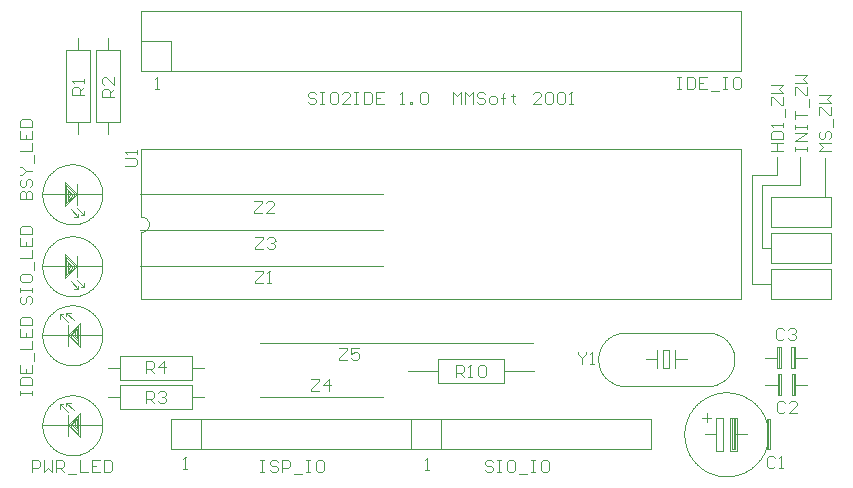
<source format=gto>
*%FSLAX53Y53*%
*%MOMM*%
G01*
D11*
X244339Y215197D02*
X244170Y215366D01*
X243831D01*
X243662Y215197D01*
Y215028D01*
X243831Y214858D01*
X244170D01*
X244339Y214689D01*
Y214520D01*
X244170Y214351D01*
X243831D01*
X243662Y214520D01*
X244678Y215366D02*
X245016D01*
X244847D01*
Y214351D01*
X244678D01*
X245016D01*
X245694Y215366D02*
X246032D01*
X245694D02*
X245524Y215197D01*
Y214520D01*
X245694Y214351D01*
X246032D01*
X246201Y214520D01*
Y215197D01*
X246032Y215366D01*
X246540Y214351D02*
X247217D01*
X246540D02*
X247217Y215028D01*
Y215197D01*
X247048Y215366D01*
X246709D01*
X246540Y215197D01*
X247556Y215366D02*
X247894D01*
X247725D01*
Y214351D01*
X247556D01*
X247894D01*
X248402D02*
Y215366D01*
Y214351D02*
X248910D01*
X249079Y214520D01*
Y215197D01*
X248910Y215366D01*
X248402D01*
X249418D02*
X250095D01*
X249418D02*
Y214351D01*
X250095D01*
X249756Y214858D02*
X249418D01*
X251449Y214351D02*
X251788D01*
X251618D01*
Y215366D01*
X251644D01*
X251618D02*
X251449Y215197D01*
X252295Y214520D02*
Y214351D01*
Y214520D02*
X252465D01*
Y214351D01*
X252295D01*
X253142Y215197D02*
X253311Y215366D01*
X253650D01*
X253819Y215197D01*
Y214520D01*
X253650Y214351D01*
X253311D01*
X253142Y214520D01*
Y215197D01*
X253568Y183363D02*
X253907D01*
X253737D01*
Y184378D01*
X253763D01*
X253737D02*
X253568Y184209D01*
X233460Y183490D02*
X233121D01*
X233290D02*
X233460D01*
X233290D02*
Y184505D01*
X233316D01*
X233290D02*
X233121Y184336D01*
X231047Y215621D02*
X230708D01*
X230877D02*
X231047D01*
X230877D02*
Y216636D01*
X230903D01*
X230877D02*
X230708Y216467D01*
X255981Y215366D02*
Y214351D01*
X256320Y215028D02*
X255981Y215366D01*
X256320Y215028D02*
X256658Y215366D01*
Y214351D01*
X256997D02*
Y215366D01*
X257335Y215028D01*
X257674Y215366D01*
Y214351D01*
X258690Y215197D02*
X258520Y215366D01*
X258182D01*
X258013Y215197D01*
Y215028D01*
X258182Y214858D01*
X258520D01*
X258690Y214689D01*
Y214520D01*
X258520Y214351D01*
X258182D01*
X258013Y214520D01*
X259197Y214351D02*
X259536D01*
X259705Y214520D01*
Y214858D01*
X259536Y215028D01*
X259197D01*
X259028Y214858D01*
Y214520D01*
X259197Y214351D01*
X260213D02*
Y215197D01*
Y214858D01*
X260044D01*
X260382D01*
X260213D01*
Y215197D01*
X260382Y215366D01*
X261060Y215197D02*
Y215028D01*
X260890D01*
X261229D01*
X261060D01*
Y214520D01*
X261229Y214351D01*
X262752D02*
X263429D01*
X262752D02*
X263429Y215028D01*
Y215197D01*
X263260Y215366D01*
X262922D01*
X262752Y215197D01*
X263768D02*
X263937Y215366D01*
X264276D01*
X264445Y215197D01*
Y214520D01*
X264276Y214351D01*
X263937D01*
X263768Y214520D01*
Y215197D01*
X264784D02*
X264953Y215366D01*
X265292D01*
X265461Y215197D01*
Y214520D01*
X265292Y214351D01*
X264953D01*
X264784Y214520D01*
Y215197D01*
X265799Y214351D02*
X266138D01*
X265969D01*
Y215366D01*
X265994D01*
X265969D02*
X265799Y215197D01*
X274879Y216687D02*
X275217D01*
X275048D01*
Y215671D01*
X274879D01*
X275217D01*
X275725D02*
Y216687D01*
Y215671D02*
X276233D01*
X276402Y215840D01*
Y216517D01*
X276233Y216687D01*
X275725D01*
X276741D02*
X277418D01*
X276741D02*
Y215671D01*
X277418D01*
X277079Y216179D02*
X276741D01*
X277757Y215502D02*
X278434D01*
X278772Y216687D02*
X279111D01*
X278941D01*
Y215671D01*
X278772D01*
X279111D01*
X279788Y216687D02*
X280126D01*
X279788D02*
X279619Y216517D01*
Y215840D01*
X279788Y215671D01*
X280126D01*
X280296Y215840D01*
Y216517D01*
X280126Y216687D01*
X229015Y209156D02*
X228169D01*
X229015D02*
X229185Y209326D01*
Y209664D01*
X229015Y209833D01*
X228169D01*
X229185Y210172D02*
Y210511D01*
Y210341D01*
X228169D01*
X228194D01*
X228169D02*
X228338Y210172D01*
X259156Y184276D02*
X259325Y184107D01*
X259156Y184276D02*
X258817D01*
X258648Y184107D01*
Y183938D01*
X258817Y183768D01*
X259156D01*
X259325Y183599D01*
Y183430D01*
X259156Y183261D01*
X258817D01*
X258648Y183430D01*
X259664Y184276D02*
X260002D01*
X259833D01*
Y183261D01*
X259664D01*
X260002D01*
X260680Y184276D02*
X261018D01*
X260680D02*
X260510Y184107D01*
Y183430D01*
X260680Y183261D01*
X261018D01*
X261187Y183430D01*
Y184107D01*
X261018Y184276D01*
X261526Y183091D02*
X262203D01*
X262542Y184276D02*
X262880D01*
X262711D01*
Y183261D01*
X262542D01*
X262880D01*
X263557Y184276D02*
X263896D01*
X263557D02*
X263388Y184107D01*
Y183430D01*
X263557Y183261D01*
X263896D01*
X264065Y183430D01*
Y184107D01*
X263896Y184276D01*
X239937D02*
X239598D01*
X239767D02*
X239937D01*
X239767D02*
Y183261D01*
X239598D01*
X239937D01*
X240952Y184276D02*
X241122Y184107D01*
X240952Y184276D02*
X240614D01*
X240445Y184107D01*
Y183938D01*
X240614Y183768D01*
X240952D01*
X241122Y183599D01*
Y183430D01*
X240952Y183261D01*
X240614D01*
X240445Y183430D01*
X241460Y183261D02*
Y184276D01*
X241968D01*
X242137Y184107D01*
Y183768D01*
X241968Y183599D01*
X241460D01*
X242476Y183091D02*
X243153D01*
X243492Y184276D02*
X243830D01*
X243661D01*
Y183261D01*
X243492D01*
X243830D01*
X244507Y184276D02*
X244846D01*
X244507D02*
X244338Y184107D01*
Y183430D01*
X244507Y183261D01*
X244846D01*
X245015Y183430D01*
Y184107D01*
X244846Y184276D01*
X219318Y189725D02*
Y190064D01*
Y189895D01*
X220334D01*
Y189725D01*
Y190064D01*
Y190572D02*
X219318D01*
X220334D02*
Y191080D01*
X220165Y191249D01*
X219488D01*
X219318Y191080D01*
Y190572D01*
Y191587D02*
Y192264D01*
Y191587D02*
X220334D01*
Y192264D01*
X219826Y191926D02*
Y191587D01*
X220503Y192603D02*
Y193280D01*
X220334Y193619D02*
X219318D01*
X220334D02*
Y194296D01*
X219318Y194634D02*
Y195312D01*
Y194634D02*
X220334D01*
Y195312D01*
X219826Y194973D02*
Y194634D01*
X220334Y195650D02*
X219318D01*
X220334D02*
Y196158D01*
X220165Y196327D01*
X219488D01*
X219318Y196158D01*
Y195650D01*
X282855Y210388D02*
X283871D01*
X283363D01*
Y211065D01*
X282855D01*
X283871D01*
Y211404D02*
X282855D01*
X283871D02*
Y211912D01*
X283702Y212081D01*
X283024D01*
X282855Y211912D01*
Y211404D01*
X283871Y212420D02*
Y212758D01*
Y212589D01*
X282855D01*
X282881D01*
X282855D02*
X283024Y212420D01*
X284040Y213266D02*
Y213943D01*
X282855Y214282D02*
Y214959D01*
X283024D01*
X283702Y214282D01*
X283871D01*
Y214959D01*
Y215297D02*
X282855D01*
X283532Y215636D02*
X283871Y215297D01*
X283532Y215636D02*
X283871Y215974D01*
X282855D01*
X284887Y210727D02*
Y210388D01*
Y210557D02*
Y210727D01*
Y210557D02*
X285903D01*
Y210388D01*
Y210727D01*
Y211235D02*
X284887D01*
X285903Y211912D01*
X284887D01*
Y212250D02*
Y212589D01*
Y212420D01*
X285903D01*
Y212250D01*
Y212589D01*
X284887Y213097D02*
Y213774D01*
Y213435D01*
X285903D01*
X286072Y214112D02*
Y214789D01*
X284887Y215128D02*
Y215805D01*
X285056D01*
X285734Y215128D01*
X285903D01*
Y215805D01*
Y216144D02*
X284887D01*
X285564Y216482D02*
X285903Y216144D01*
X285564Y216482D02*
X285903Y216821D01*
X284887D01*
X286919Y210388D02*
X287935D01*
X287258Y210727D02*
X286919Y210388D01*
X287258Y210727D02*
X286919Y211065D01*
X287935D01*
X287088Y212081D02*
X286919Y211912D01*
Y211573D01*
X287088Y211404D01*
X287258D01*
X287427Y211573D01*
Y211912D01*
X287596Y212081D01*
X287766D01*
X287935Y211912D01*
Y211573D01*
X287766Y211404D01*
X288104Y212420D02*
Y213097D01*
X286919Y213435D02*
Y214112D01*
X287088D01*
X287766Y213435D01*
X287935D01*
Y214112D01*
Y214451D02*
X286919D01*
X287596Y214789D02*
X287935Y214451D01*
X287596Y214789D02*
X287935Y215128D01*
X286919D01*
X239907Y203162D02*
X239230D01*
X239907D02*
Y202992D01*
X239230Y202315D01*
Y202146D01*
X239907D01*
X240246Y202992D02*
X240415Y203162D01*
X240753D01*
X240923Y202992D01*
Y202823D01*
X240948D01*
X240923D02*
X240948D01*
X240923D02*
X240948D01*
X240923D02*
X240753Y202654D01*
X240584D01*
X240753D01*
X240923Y202484D01*
Y202315D01*
X240753Y202146D01*
X240415D01*
X240246Y202315D01*
X239780Y206210D02*
X239103D01*
X239780D02*
Y206040D01*
X239103Y205363D01*
Y205194D01*
X239780D01*
X240119D02*
X240796D01*
X240119D02*
X240796Y205871D01*
Y206040D01*
X240626Y206210D01*
X240288D01*
X240119Y206040D01*
X229959Y192633D02*
Y191617D01*
Y192633D02*
X230467D01*
X230636Y192464D01*
Y192125D01*
X230467Y191956D01*
X229959D01*
X230297D02*
X230636Y191617D01*
X231482D02*
Y192633D01*
X230975Y192125D01*
X231652D01*
X220307Y184211D02*
Y183196D01*
Y184211D02*
X220815D01*
X220984Y184042D01*
Y183703D01*
X220815Y183534D01*
X220307D01*
X221323Y183196D02*
Y184211D01*
X221661Y183534D02*
X221323Y183196D01*
X221661Y183534D02*
X222000Y183196D01*
Y184211D01*
X222338D02*
Y183196D01*
Y184211D02*
X222846D01*
X223015Y184042D01*
Y183703D01*
X222846Y183534D01*
X222338D01*
X222677D02*
X223015Y183196D01*
X223354Y183026D02*
X224031D01*
X224370Y183196D02*
Y184211D01*
Y183196D02*
X225047D01*
X225385Y184211D02*
X226062D01*
X225385D02*
Y183196D01*
X226062D01*
X225724Y183703D02*
X225385D01*
X226401Y183196D02*
Y184211D01*
Y183196D02*
X226909D01*
X227078Y183365D01*
Y184042D01*
X226909Y184211D01*
X226401D01*
X239230Y200241D02*
X239907D01*
Y200071D01*
X239230Y199394D01*
Y199225D01*
X239907D01*
X240246D02*
X240584D01*
X240415D01*
Y200241D01*
X240440D01*
X240415D02*
X240246Y200071D01*
X246342Y193764D02*
X247019D01*
Y193594D01*
X246342Y192917D01*
Y192748D01*
X247019D01*
X247358Y193764D02*
X248035D01*
X247358D02*
Y193256D01*
X247696Y193425D01*
X247865D01*
X248035Y193256D01*
Y192917D01*
X247865Y192748D01*
X247527D01*
X247358Y192917D01*
X244606Y191097D02*
X243929D01*
X244606D02*
Y190927D01*
X243929Y190250D01*
Y190081D01*
X244606D01*
X245452D02*
Y191097D01*
X244945Y190589D01*
X245622D01*
X229959Y190093D02*
Y189077D01*
Y190093D02*
X230467D01*
X230636Y189924D01*
Y189585D01*
X230467Y189416D01*
X229959D01*
X230297D02*
X230636Y189077D01*
X230975Y189924D02*
X231144Y190093D01*
X231482D01*
X231652Y189924D01*
Y189754D01*
X231677D01*
X231652D02*
X231677D01*
X231652D02*
X231677D01*
X231652D02*
X231482Y189585D01*
X231313D01*
X231482D01*
X231652Y189416D01*
Y189246D01*
X231482Y189077D01*
X231144D01*
X230975Y189246D01*
X256248Y191236D02*
Y192252D01*
X256756D01*
X256925Y192083D01*
Y191744D01*
X256756Y191575D01*
X256248D01*
X256586D02*
X256925Y191236D01*
X257264D02*
X257602D01*
X257433D01*
Y192252D01*
X257458D01*
X257433D02*
X257264Y192083D01*
X258110D02*
X258279Y192252D01*
X258618D01*
X258787Y192083D01*
Y191405D01*
X258618Y191236D01*
X258279D01*
X258110Y191405D01*
Y192083D01*
X283807Y195439D02*
X283976Y195270D01*
X283807Y195439D02*
X283468D01*
X283299Y195270D01*
Y194593D01*
X283468Y194424D01*
X283807D01*
X283976Y194593D01*
X284315Y195270D02*
X284484Y195439D01*
X284822D01*
X284992Y195270D01*
Y195101D01*
X285017D01*
X284992D02*
X285017D01*
X284992D02*
X285017D01*
X284992D02*
X284822Y194932D01*
X284653D01*
X284822D01*
X284992Y194762D01*
Y194593D01*
X284822Y194424D01*
X284484D01*
X284315Y194593D01*
X283934Y189216D02*
X284103Y189047D01*
X283934Y189216D02*
X283595D01*
X283426Y189047D01*
Y188370D01*
X283595Y188201D01*
X283934D01*
X284103Y188370D01*
X284442Y188201D02*
X285119D01*
X284442D02*
X285119Y188878D01*
Y189047D01*
X284949Y189216D01*
X284611D01*
X284442Y189047D01*
X283045Y184592D02*
X283214Y184423D01*
X283045Y184592D02*
X282706D01*
X282537Y184423D01*
Y183746D01*
X282706Y183577D01*
X283045D01*
X283214Y183746D01*
X283553Y183577D02*
X283891D01*
X283722D01*
Y184592D01*
X283747D01*
X283722D02*
X283553Y184423D01*
X266536Y193200D02*
Y193369D01*
Y193200D02*
X266875Y192862D01*
X267213Y193200D01*
Y193369D01*
X266875Y192862D02*
Y192354D01*
X267552D02*
X267890D01*
X267721D01*
Y193369D01*
X267747D01*
X267721D02*
X267552Y193200D01*
X219488Y198149D02*
X219318Y197980D01*
Y197642D01*
X219488Y197472D01*
X219657D01*
X219826Y197642D01*
Y197980D01*
X219996Y198149D01*
X220165D01*
X220334Y197980D01*
Y197642D01*
X220165Y197472D01*
X219318Y198488D02*
Y198827D01*
Y198657D01*
X220334D01*
Y198488D01*
Y198827D01*
X219318Y199504D02*
Y199842D01*
Y199504D02*
X219488Y199334D01*
X220165D01*
X220334Y199504D01*
Y199842D01*
X220165Y200011D01*
X219488D01*
X219318Y199842D01*
X220503Y200350D02*
Y201027D01*
X220334Y201366D02*
X219318D01*
X220334D02*
Y202043D01*
X219318Y202381D02*
Y203059D01*
Y202381D02*
X220334D01*
Y203059D01*
X219826Y202720D02*
Y202381D01*
X220334Y203397D02*
X219318D01*
X220334D02*
Y203905D01*
X220165Y204074D01*
X219488D01*
X219318Y203905D01*
Y203397D01*
X223724Y215125D02*
X224740D01*
X223724D02*
Y215633D01*
X223893Y215802D01*
X224232D01*
X224401Y215633D01*
Y215125D01*
Y215464D02*
X224740Y215802D01*
Y216141D02*
Y216480D01*
Y216310D01*
X223724D01*
X223749D01*
X223724D02*
X223893Y216141D01*
X226264Y214998D02*
X227280D01*
X226264D02*
Y215506D01*
X226433Y215675D01*
X226772D01*
X226941Y215506D01*
Y214998D01*
Y215337D02*
X227280Y215675D01*
Y216014D02*
Y216691D01*
Y216014D02*
X226603Y216691D01*
X226433D01*
X226264Y216522D01*
Y216183D01*
X226433Y216014D01*
X220334Y206362D02*
X219318D01*
X220334D02*
Y206870D01*
X220165Y207039D01*
X219996D01*
X219826Y206870D01*
Y206362D01*
X219852D01*
X219826D02*
X219852D01*
X219826D02*
X219852D01*
X219826D02*
Y206870D01*
X219657Y207039D01*
X219488D01*
X219318Y206870D01*
Y206362D01*
Y207886D02*
X219488Y208055D01*
X219318Y207886D02*
Y207547D01*
X219488Y207378D01*
X219657D01*
X219826Y207547D01*
Y207886D01*
X219996Y208055D01*
X220165D01*
X220334Y207886D01*
Y207547D01*
X220165Y207378D01*
X219488Y208394D02*
X219318D01*
X219488D02*
X219826Y208732D01*
X219488Y209071D01*
X219318D01*
X219826Y208732D02*
X220334D01*
X220503Y209409D02*
Y210086D01*
X220334Y210425D02*
X219318D01*
X220334D02*
Y211102D01*
X219318Y211441D02*
Y212118D01*
Y211441D02*
X220334D01*
Y212118D01*
X219826Y211779D02*
Y211441D01*
X220334Y212456D02*
X219318D01*
X220334D02*
Y212964D01*
X220165Y213133D01*
X219488D01*
X219318Y212964D01*
Y212456D01*
D13*
X229565Y204826D02*
X229648Y204820D01*
X229730Y204804D01*
X229808Y204777D01*
X229883Y204741D01*
X229952Y204694D01*
X230014Y204640D01*
X230069Y204577D01*
X230115Y204508D01*
X230152Y204434D01*
X230179Y204355D01*
X230195Y204273D01*
X230200Y204191D01*
X230195Y204108D01*
X230179Y204026D01*
X230152Y203948D01*
X230115Y203873D01*
X230069Y203804D01*
X230014Y203742D01*
X229952Y203687D01*
X229883Y203641D01*
X229808Y203604D01*
X229730Y203577D01*
X229648Y203561D01*
X229565Y203556D01*
Y197841D01*
Y204826D02*
Y210541D01*
X280365D02*
Y197841D01*
Y210541D02*
X229565D01*
Y197841D02*
X280365D01*
X226263Y194793D02*
X226262Y194708D01*
X226258Y194624D01*
X226251Y194540D01*
X226241Y194456D01*
X226228Y194372D01*
X226213Y194289D01*
X226195Y194207D01*
X226174Y194125D01*
X226150Y194044D01*
X226124Y193964D01*
X226095Y193884D01*
X226064Y193806D01*
X226030Y193729D01*
X225993Y193653D01*
X225954Y193578D01*
X225912Y193504D01*
X225868Y193432D01*
X225822Y193362D01*
X225773Y193293D01*
X225722Y193225D01*
X225669Y193160D01*
X225614Y193096D01*
X225556Y193034D01*
X225497Y192974D01*
X225435Y192916D01*
X225372Y192860D01*
X225307Y192807D01*
X225240Y192755D01*
X225171Y192706D01*
X225101Y192659D01*
X225030Y192614D01*
X224956Y192572D01*
X224882Y192532D01*
X224806Y192495D01*
X224729Y192460D01*
X224651Y192428D01*
X224572Y192399D01*
X224492Y192372D01*
X224411Y192348D01*
X224329Y192326D01*
X224247Y192307D01*
X224164Y192291D01*
X224081Y192278D01*
X223997Y192267D01*
X223913Y192260D01*
X223829Y192255D01*
X223744Y192253D01*
X223660Y192253D01*
X223576Y192257D01*
X223491Y192263D01*
X223407Y192272D01*
X223324Y192284D01*
X223241Y192299D01*
X223158Y192316D01*
X223076Y192336D01*
X222995Y192359D01*
X222914Y192385D01*
X222835Y192413D01*
X222756Y192444D01*
X222679Y192477D01*
X222602Y192513D01*
X222527Y192552D01*
X222453Y192593D01*
X222381Y192636D01*
X222310Y192682D01*
X222240Y192730D01*
X222173Y192781D01*
X222107Y192833D01*
X222043Y192888D01*
X221980Y192945D01*
X221920Y193004D01*
X221861Y193065D01*
X221805Y193128D01*
X221751Y193192D01*
X221698Y193259D01*
X221649Y193327D01*
X221601Y193397D01*
X221556Y193468D01*
X221513Y193541D01*
X221473Y193615D01*
X221435Y193691D01*
X221399Y193767D01*
X221367Y193845D01*
X221336Y193924D01*
X221309Y194004D01*
X221284Y194084D01*
X221262Y194166D01*
X221242Y194248D01*
X221226Y194331D01*
X221212Y194414D01*
X221200Y194498D01*
X221192Y194582D01*
X221186Y194666D01*
X221184Y194750D01*
Y194835D01*
X221186Y194919D01*
X221192Y195003D01*
X221200Y195087D01*
X221212Y195171D01*
X221226Y195254D01*
X221242Y195337D01*
X221262Y195419D01*
X221284Y195501D01*
X221309Y195582D01*
X221336Y195661D01*
X221367Y195740D01*
X221399Y195818D01*
X221435Y195895D01*
X221473Y195970D01*
X221513Y196044D01*
X221556Y196117D01*
X221601Y196188D01*
X221649Y196258D01*
X221698Y196326D01*
X221751Y196393D01*
X221805Y196457D01*
X221861Y196520D01*
X221920Y196581D01*
X221980Y196640D01*
X222043Y196697D01*
X222107Y196752D01*
X222173Y196805D01*
X222240Y196855D01*
X222310Y196903D01*
X222381Y196949D01*
X222453Y196992D01*
X222527Y197033D01*
X222602Y197072D01*
X222679Y197108D01*
X222756Y197141D01*
X222835Y197172D01*
X222914Y197200D01*
X222995Y197226D01*
X223076Y197249D01*
X223158Y197269D01*
X223241Y197286D01*
X223324Y197301D01*
X223407Y197313D01*
X223491Y197322D01*
X223576Y197328D01*
X223660Y197332D01*
X223744Y197333D01*
X223829Y197330D01*
X223913Y197326D01*
X223997Y197318D01*
X224081Y197307D01*
X224164Y197294D01*
X224247Y197278D01*
X224329Y197259D01*
X224411Y197238D01*
X224492Y197213D01*
X224572Y197187D01*
X224651Y197157D01*
X224729Y197125D01*
X224806Y197090D01*
X224882Y197053D01*
X224956Y197013D01*
X225030Y196971D01*
X225101Y196926D01*
X225171Y196879D01*
X225240Y196830D01*
X225307Y196778D01*
X225372Y196725D01*
X225435Y196669D01*
X225497Y196611D01*
X225556Y196551D01*
X225614Y196489D01*
X225669Y196425D01*
X225722Y196360D01*
X225773Y196292D01*
X225822Y196223D01*
X225868Y196153D01*
X225912Y196081D01*
X225954Y196007D01*
X225993Y195933D01*
X226030Y195856D01*
X226064Y195779D01*
X226095Y195701D01*
X226124Y195622D01*
X226150Y195541D01*
X226174Y195460D01*
X226195Y195378D01*
X226213Y195296D01*
X226228Y195213D01*
X226241Y195129D01*
X226251Y195046D01*
X226258Y194961D01*
X226262Y194877D01*
X226263Y194793D01*
X223342Y195936D02*
X222707Y196571D01*
X223215Y196698D02*
X223850Y196063D01*
Y194793D02*
X224104Y194539D01*
X224231Y194285D02*
X223723Y194793D01*
X223596Y194666D02*
X224231Y194031D01*
X224358Y193777D02*
X223342Y194793D01*
X223850D02*
X223977Y194920D01*
X223723D02*
X224104Y195301D01*
X224231Y195555D02*
X223596Y194920D01*
X223342Y194793D02*
X224358Y195809D01*
X223215Y196444D02*
Y196698D01*
X222707Y196571D02*
Y196190D01*
X224358Y194412D02*
Y193777D01*
X223977Y194920D02*
Y195047D01*
X224104Y195301D02*
Y194539D01*
X223723Y194793D02*
Y194920D01*
X224231Y194285D02*
Y194031D01*
X223596Y194666D02*
Y194920D01*
X224231Y195555D02*
Y194158D01*
X223342Y193904D02*
Y195682D01*
X224358Y195809D02*
Y193904D01*
X223596Y196698D02*
X223215D01*
X222961Y196571D02*
X222707D01*
X221183Y194793D02*
X226263D01*
X229413Y203683D02*
X250038D01*
Y206731D02*
X229413D01*
X227787Y193015D02*
Y190983D01*
X233883D02*
Y193015D01*
X227787Y191999D02*
X226771D01*
X233883D02*
X234899D01*
X233883Y193015D02*
X227787D01*
Y190983D02*
X233883D01*
X226263Y187173D02*
X226262Y187088D01*
X226258Y187004D01*
X226251Y186920D01*
X226241Y186836D01*
X226228Y186752D01*
X226213Y186669D01*
X226195Y186587D01*
X226174Y186505D01*
X226150Y186424D01*
X226124Y186344D01*
X226095Y186264D01*
X226064Y186186D01*
X226030Y186109D01*
X225993Y186033D01*
X225954Y185958D01*
X225912Y185884D01*
X225868Y185812D01*
X225822Y185742D01*
X225773Y185673D01*
X225722Y185606D01*
X225669Y185540D01*
X225614Y185476D01*
X225556Y185414D01*
X225497Y185354D01*
X225435Y185296D01*
X225372Y185240D01*
X225307Y185187D01*
X225240Y185135D01*
X225171Y185086D01*
X225101Y185039D01*
X225030Y184994D01*
X224956Y184952D01*
X224882Y184912D01*
X224806Y184875D01*
X224729Y184840D01*
X224651Y184808D01*
X224572Y184779D01*
X224492Y184752D01*
X224411Y184728D01*
X224329Y184706D01*
X224247Y184687D01*
X224164Y184671D01*
X224081Y184658D01*
X223997Y184647D01*
X223913Y184640D01*
X223829Y184635D01*
X223744Y184633D01*
X223660Y184633D01*
X223576Y184637D01*
X223491Y184643D01*
X223407Y184652D01*
X223324Y184664D01*
X223241Y184679D01*
X223158Y184696D01*
X223076Y184716D01*
X222995Y184739D01*
X222914Y184765D01*
X222835Y184793D01*
X222756Y184824D01*
X222679Y184857D01*
X222602Y184893D01*
X222527Y184932D01*
X222453Y184973D01*
X222381Y185016D01*
X222310Y185062D01*
X222240Y185110D01*
X222173Y185161D01*
X222107Y185213D01*
X222043Y185268D01*
X221980Y185325D01*
X221920Y185384D01*
X221861Y185445D01*
X221805Y185508D01*
X221751Y185572D01*
X221698Y185639D01*
X221649Y185707D01*
X221601Y185777D01*
X221556Y185848D01*
X221513Y185921D01*
X221473Y185995D01*
X221435Y186071D01*
X221399Y186147D01*
X221367Y186225D01*
X221336Y186304D01*
X221309Y186384D01*
X221284Y186464D01*
X221262Y186546D01*
X221242Y186628D01*
X221226Y186711D01*
X221212Y186794D01*
X221200Y186878D01*
X221192Y186962D01*
X221186Y187046D01*
X221184Y187130D01*
Y187215D01*
X221186Y187299D01*
X221192Y187383D01*
X221200Y187467D01*
X221212Y187551D01*
X221226Y187634D01*
X221242Y187717D01*
X221262Y187799D01*
X221284Y187881D01*
X221309Y187962D01*
X221336Y188041D01*
X221367Y188120D01*
X221399Y188198D01*
X221435Y188275D01*
X221473Y188350D01*
X221513Y188424D01*
X221556Y188497D01*
X221601Y188568D01*
X221649Y188638D01*
X221698Y188706D01*
X221751Y188773D01*
X221805Y188837D01*
X221861Y188900D01*
X221920Y188961D01*
X221980Y189020D01*
X222043Y189077D01*
X222107Y189132D01*
X222173Y189184D01*
X222240Y189235D01*
X222310Y189283D01*
X222381Y189329D01*
X222453Y189372D01*
X222527Y189413D01*
X222602Y189452D01*
X222679Y189488D01*
X222756Y189521D01*
X222835Y189552D01*
X222914Y189580D01*
X222995Y189606D01*
X223076Y189629D01*
X223158Y189649D01*
X223241Y189666D01*
X223324Y189681D01*
X223407Y189693D01*
X223491Y189702D01*
X223576Y189708D01*
X223660Y189712D01*
X223744Y189713D01*
X223829Y189710D01*
X223913Y189705D01*
X223997Y189698D01*
X224081Y189687D01*
X224164Y189674D01*
X224247Y189658D01*
X224329Y189639D01*
X224411Y189618D01*
X224492Y189593D01*
X224572Y189567D01*
X224651Y189537D01*
X224729Y189505D01*
X224806Y189470D01*
X224882Y189433D01*
X224956Y189393D01*
X225030Y189351D01*
X225101Y189306D01*
X225171Y189259D01*
X225240Y189210D01*
X225307Y189158D01*
X225372Y189105D01*
X225435Y189049D01*
X225497Y188991D01*
X225556Y188931D01*
X225614Y188869D01*
X225669Y188805D01*
X225722Y188740D01*
X225773Y188672D01*
X225822Y188603D01*
X225868Y188533D01*
X225912Y188461D01*
X225954Y188387D01*
X225993Y188313D01*
X226030Y188236D01*
X226064Y188159D01*
X226095Y188081D01*
X226124Y188002D01*
X226150Y187921D01*
X226174Y187840D01*
X226195Y187758D01*
X226213Y187676D01*
X226228Y187593D01*
X226241Y187509D01*
X226251Y187425D01*
X226258Y187341D01*
X226262Y187257D01*
X226263Y187173D01*
X223342Y188316D02*
X222707Y188951D01*
X223215Y189078D02*
X223850Y188443D01*
Y187173D02*
X224104Y186919D01*
X224231Y186665D02*
X223723Y187173D01*
X223596Y187046D02*
X224231Y186411D01*
X224358Y186157D02*
X223342Y187173D01*
X223850D02*
X223977Y187300D01*
X223723D02*
X224104Y187681D01*
X224231Y187935D02*
X223596Y187300D01*
X223342Y187173D02*
X224358Y188189D01*
X223215Y188824D02*
Y189078D01*
X222707Y188951D02*
Y188570D01*
X224358Y186792D02*
Y186157D01*
X223977Y187300D02*
Y187427D01*
X224104Y187681D02*
Y186919D01*
X223723Y187173D02*
Y187300D01*
X224231Y186665D02*
Y186411D01*
X223596Y187046D02*
Y187300D01*
X224231Y187935D02*
Y186538D01*
X223342Y186284D02*
Y188062D01*
X224358Y188189D02*
Y186284D01*
X223596Y189078D02*
X223215D01*
X222961Y188951D02*
X222707D01*
X221183Y187173D02*
X226263D01*
X229413Y200635D02*
X250038D01*
X239573Y194158D02*
X262738D01*
X250038Y189586D02*
X239573D01*
X233883Y188570D02*
Y190602D01*
X227787D02*
Y188570D01*
X233883Y189586D02*
X234899D01*
X227787D02*
X226771D01*
X227787Y188570D02*
X233883D01*
Y190602D02*
X227787D01*
X254711Y190729D02*
Y192761D01*
X260299D02*
Y190729D01*
Y191745D02*
X262839D01*
X254711D02*
X252171D01*
X254711Y192761D02*
X260299D01*
Y190729D02*
X254711D01*
X284785Y191999D02*
Y193777D01*
X283566D02*
Y191999D01*
X284912D02*
Y193777D01*
X284607D02*
Y191999D01*
X283718D02*
Y193777D01*
X283413D02*
Y191999D01*
Y192888D02*
X282397D01*
X284937D02*
X285953D01*
X284912Y191999D02*
X284607D01*
Y193777D02*
X284912D01*
X283718D02*
X283413D01*
Y191999D02*
X283718D01*
X283566Y191491D02*
Y189713D01*
X284785D02*
Y191491D01*
X283439D02*
Y189713D01*
X283743D02*
Y191491D01*
X284632D02*
Y189713D01*
X284937D02*
Y191491D01*
Y190602D02*
X285953D01*
X283413D02*
X282397D01*
X283439Y191491D02*
X283743D01*
Y189713D02*
X283439D01*
X284632D02*
X284937D01*
Y191491D02*
X284632D01*
X282651Y186411D02*
X282650Y186326D01*
X282647Y186241D01*
X282642Y186157D01*
X282635Y186073D01*
X282626Y185988D01*
X282615Y185905D01*
X282602Y185821D01*
X282587Y185738D01*
X282570Y185655D01*
X282551Y185572D01*
X282530Y185490D01*
X282507Y185409D01*
X282482Y185328D01*
X282456Y185248D01*
X282427Y185168D01*
X282396Y185089D01*
X282364Y185011D01*
X282330Y184933D01*
X282294Y184857D01*
X282256Y184781D01*
X282216Y184706D01*
X282175Y184633D01*
X282132Y184560D01*
X282087Y184488D01*
X282040Y184417D01*
X281992Y184348D01*
X281942Y184280D01*
X281890Y184212D01*
X281837Y184147D01*
X281783Y184082D01*
X281726Y184019D01*
X281669Y183957D01*
X281610Y183896D01*
X281549Y183837D01*
X281487Y183779D01*
X281424Y183723D01*
X281359Y183668D01*
X281293Y183615D01*
X281226Y183564D01*
X281158Y183514D01*
X281088Y183466D01*
X281018Y183419D01*
X280946Y183374D01*
X280873Y183331D01*
X280799Y183290D01*
X280725Y183250D01*
X280649Y183212D01*
X280572Y183176D01*
X280495Y183142D01*
X280417Y183109D01*
X280338Y183079D01*
X280258Y183050D01*
X280178Y183023D01*
X280097Y182999D01*
X280016Y182976D01*
X279934Y182955D01*
X279851Y182936D01*
X279768Y182919D01*
X279685Y182904D01*
X279601Y182891D01*
X279517Y182880D01*
X279433Y182871D01*
X279349Y182864D01*
X279264Y182859D01*
X279180Y182856D01*
X279095Y182855D01*
X279011Y182856D01*
X278926Y182859D01*
X278842Y182864D01*
X278757Y182871D01*
X278673Y182880D01*
X278589Y182891D01*
X278506Y182904D01*
X278422Y182919D01*
X278339Y182936D01*
X278257Y182955D01*
X278175Y182976D01*
X278093Y182999D01*
X278012Y183023D01*
X277932Y183050D01*
X277853Y183079D01*
X277774Y183109D01*
X277695Y183142D01*
X277618Y183176D01*
X277541Y183212D01*
X277466Y183250D01*
X277391Y183290D01*
X277317Y183331D01*
X277244Y183374D01*
X277173Y183419D01*
X277102Y183466D01*
X277033Y183514D01*
X276964Y183564D01*
X276897Y183615D01*
X276831Y183668D01*
X276767Y183723D01*
X276703Y183779D01*
X276641Y183837D01*
X276581Y183896D01*
X276522Y183957D01*
X276464Y184019D01*
X276408Y184082D01*
X276353Y184147D01*
X276300Y184212D01*
X276248Y184280D01*
X276199Y184348D01*
X276150Y184417D01*
X276104Y184488D01*
X276059Y184560D01*
X276016Y184633D01*
X275974Y184706D01*
X275934Y184781D01*
X275897Y184857D01*
X275861Y184933D01*
X275826Y185011D01*
X275794Y185089D01*
X275763Y185168D01*
X275735Y185248D01*
X275708Y185328D01*
X275683Y185409D01*
X275660Y185490D01*
X275639Y185572D01*
X275620Y185655D01*
X275603Y185738D01*
X275588Y185821D01*
X275575Y185905D01*
X275564Y185988D01*
X275555Y186073D01*
X275548Y186157D01*
X275543Y186241D01*
X275540Y186326D01*
X275539Y186411D01*
X275540Y186495D01*
X275543Y186580D01*
X275548Y186664D01*
X275555Y186749D01*
X275564Y186833D01*
X275575Y186917D01*
X275588Y187000D01*
X275603Y187084D01*
X275620Y187166D01*
X275639Y187249D01*
X275660Y187331D01*
X275683Y187412D01*
X275708Y187493D01*
X275735Y187574D01*
X275763Y187653D01*
X275794Y187732D01*
X275826Y187810D01*
X275861Y187888D01*
X275897Y187964D01*
X275934Y188040D01*
X275974Y188115D01*
X276016Y188189D01*
X276059Y188261D01*
X276104Y188333D01*
X276150Y188404D01*
X276199Y188473D01*
X276248Y188542D01*
X276300Y188609D01*
X276353Y188675D01*
X276408Y188739D01*
X276464Y188803D01*
X276522Y188865D01*
X276581Y188925D01*
X276641Y188984D01*
X276703Y189042D01*
X276767Y189098D01*
X276831Y189153D01*
X276897Y189206D01*
X276964Y189257D01*
X277033Y189307D01*
X277102Y189356D01*
X277173Y189402D01*
X277244Y189447D01*
X277317Y189490D01*
X277391Y189532D01*
X277466Y189571D01*
X277541Y189609D01*
X277618Y189645D01*
X277695Y189679D01*
X277774Y189712D01*
X277853Y189742D01*
X277932Y189771D01*
X278012Y189798D01*
X278093Y189823D01*
X278175Y189845D01*
X278257Y189866D01*
X278339Y189885D01*
X278422Y189902D01*
X278506Y189917D01*
X278589Y189930D01*
X278673Y189941D01*
X278757Y189951D01*
X278842Y189958D01*
X278926Y189963D01*
X279011Y189966D01*
X279095Y189967D01*
X279180Y189966D01*
X279264Y189963D01*
X279349Y189958D01*
X279433Y189951D01*
X279517Y189941D01*
X279601Y189930D01*
X279685Y189917D01*
X279768Y189902D01*
X279851Y189885D01*
X279934Y189866D01*
X280016Y189845D01*
X280097Y189823D01*
X280178Y189798D01*
X280258Y189771D01*
X280338Y189742D01*
X280417Y189712D01*
X280495Y189679D01*
X280572Y189645D01*
X280649Y189609D01*
X280725Y189571D01*
X280799Y189532D01*
X280873Y189490D01*
X280946Y189447D01*
X281018Y189402D01*
X281088Y189356D01*
X281158Y189307D01*
X281226Y189257D01*
X281293Y189206D01*
X281359Y189153D01*
X281424Y189098D01*
X281487Y189042D01*
X281549Y188984D01*
X281610Y188925D01*
X281669Y188865D01*
X281726Y188803D01*
X281783Y188739D01*
X281837Y188675D01*
X281890Y188609D01*
X281942Y188542D01*
X281992Y188473D01*
X282040Y188404D01*
X282087Y188333D01*
X282132Y188261D01*
X282175Y188189D01*
X282216Y188115D01*
X282256Y188040D01*
X282294Y187964D01*
X282330Y187888D01*
X282364Y187810D01*
X282396Y187732D01*
X282427Y187653D01*
X282456Y187574D01*
X282482Y187493D01*
X282507Y187412D01*
X282530Y187331D01*
X282551Y187249D01*
X282570Y187166D01*
X282587Y187084D01*
X282602Y187000D01*
X282615Y186917D01*
X282626Y186833D01*
X282635Y186749D01*
X282642Y186664D01*
X282647Y186580D01*
X282650Y186495D01*
X282651Y186411D01*
X277444Y187427D02*
Y188189D01*
X278841Y187808D02*
Y185039D01*
X278232D02*
Y187808D01*
X279400D02*
Y185039D01*
X279984D02*
Y187808D01*
X279603Y187681D02*
Y185141D01*
X279857D02*
Y187681D01*
X279730D02*
Y185268D01*
X278206Y186411D02*
X277317D01*
X277063Y187808D02*
X277825D01*
X278232Y185039D02*
X278841D01*
Y187808D02*
X278232D01*
X279857Y186411D02*
X280873D01*
X279984Y187808D02*
X279425D01*
Y185039D02*
X279984D01*
X279857Y185141D02*
X279603D01*
X277520Y190500D02*
X277605Y190502D01*
X277689Y190506D01*
X277774Y190514D01*
X277857Y190525D01*
X277941Y190539D01*
X278023Y190557D01*
X278105Y190577D01*
X278187Y190600D01*
X278267Y190627D01*
X278346Y190656D01*
X278424Y190689D01*
X278501Y190724D01*
X278577Y190762D01*
X278651Y190803D01*
X278723Y190846D01*
X278794Y190893D01*
X278863Y190942D01*
X278930Y190993D01*
X278995Y191047D01*
X279058Y191103D01*
X279119Y191162D01*
X279178Y191223D01*
X279234Y191286D01*
X279288Y191351D01*
X279339Y191418D01*
X279388Y191487D01*
X279435Y191558D01*
X279478Y191630D01*
X279519Y191704D01*
X279557Y191780D01*
X279592Y191857D01*
X279625Y191935D01*
X279654Y192014D01*
X279681Y192094D01*
X279704Y192176D01*
X279724Y192258D01*
X279742Y192340D01*
X279756Y192424D01*
X279767Y192507D01*
X279775Y192592D01*
X279779Y192676D01*
X279781Y192761D01*
X279779Y192845D01*
X279775Y192930D01*
X279767Y193014D01*
X279756Y193098D01*
X279742Y193181D01*
X279724Y193264D01*
X279704Y193346D01*
X279681Y193427D01*
X279654Y193507D01*
X279625Y193586D01*
X279592Y193665D01*
X279557Y193741D01*
X279519Y193817D01*
X279478Y193891D01*
X279435Y193963D01*
X279388Y194034D01*
X279339Y194103D01*
X279288Y194170D01*
X279234Y194235D01*
X279178Y194298D01*
X279119Y194359D01*
X279058Y194418D01*
X278995Y194474D01*
X278930Y194528D01*
X278863Y194579D01*
X278794Y194628D01*
X278723Y194675D01*
X278651Y194718D01*
X278577Y194759D01*
X278501Y194797D01*
X278424Y194833D01*
X278346Y194865D01*
X278267Y194894D01*
X278187Y194921D01*
X278105Y194944D01*
X278023Y194965D01*
X277941Y194982D01*
X277857Y194996D01*
X277774Y195007D01*
X277689Y195015D01*
X277605Y195020D01*
X277520Y195021D01*
X270510D02*
X270425Y195020D01*
X270341Y195015D01*
X270257Y195007D01*
X270173Y194996D01*
X270090Y194982D01*
X270007Y194965D01*
X269925Y194944D01*
X269844Y194921D01*
X269763Y194894D01*
X269684Y194865D01*
X269606Y194833D01*
X269529Y194797D01*
X269454Y194759D01*
X269380Y194718D01*
X269307Y194675D01*
X269237Y194628D01*
X269168Y194579D01*
X269101Y194528D01*
X269035Y194474D01*
X268972Y194418D01*
X268912Y194359D01*
X268853Y194298D01*
X268797Y194235D01*
X268743Y194170D01*
X268691Y194103D01*
X268642Y194034D01*
X268596Y193963D01*
X268552Y193891D01*
X268511Y193817D01*
X268473Y193741D01*
X268438Y193665D01*
X268406Y193586D01*
X268376Y193507D01*
X268350Y193427D01*
X268326Y193346D01*
X268306Y193264D01*
X268289Y193181D01*
X268275Y193098D01*
X268264Y193014D01*
X268256Y192930D01*
X268251Y192845D01*
X268249Y192761D01*
X268251Y192676D01*
X268256Y192592D01*
X268264Y192507D01*
X268275Y192424D01*
X268289Y192340D01*
X268306Y192258D01*
X268326Y192176D01*
X268350Y192094D01*
X268376Y192014D01*
X268406Y191935D01*
X268438Y191857D01*
X268473Y191780D01*
X268511Y191704D01*
X268552Y191630D01*
X268596Y191558D01*
X268642Y191487D01*
X268691Y191418D01*
X268743Y191351D01*
X268797Y191286D01*
X268853Y191223D01*
X268912Y191162D01*
X268972Y191103D01*
X269035Y191047D01*
X269101Y190993D01*
X269168Y190942D01*
X269237Y190893D01*
X269307Y190846D01*
X269380Y190803D01*
X269454Y190762D01*
X269529Y190724D01*
X269606Y190689D01*
X269684Y190656D01*
X269763Y190627D01*
X269844Y190600D01*
X269925Y190577D01*
X270007Y190557D01*
X270090Y190539D01*
X270173Y190525D01*
X270257Y190514D01*
X270341Y190506D01*
X270425Y190502D01*
X270510Y190500D01*
X274269Y191999D02*
Y193523D01*
X273761D02*
Y191999D01*
X274777D02*
Y193523D01*
X273253D02*
Y191999D01*
X273761Y193523D02*
X274269D01*
Y191999D02*
X273761D01*
X273253Y192761D02*
X272263D01*
X274777D02*
X275768D01*
X277520Y195021D02*
X270510D01*
Y190500D02*
X277520D01*
X226263Y200635D02*
X226262Y200550D01*
X226258Y200466D01*
X226251Y200382D01*
X226241Y200298D01*
X226228Y200214D01*
X226213Y200131D01*
X226195Y200049D01*
X226174Y199967D01*
X226150Y199886D01*
X226124Y199806D01*
X226095Y199726D01*
X226064Y199648D01*
X226030Y199571D01*
X225993Y199495D01*
X225954Y199420D01*
X225912Y199346D01*
X225868Y199274D01*
X225822Y199204D01*
X225773Y199135D01*
X225722Y199067D01*
X225669Y199002D01*
X225614Y198938D01*
X225556Y198876D01*
X225497Y198816D01*
X225435Y198758D01*
X225372Y198702D01*
X225307Y198649D01*
X225240Y198597D01*
X225171Y198548D01*
X225101Y198501D01*
X225030Y198456D01*
X224956Y198414D01*
X224882Y198374D01*
X224806Y198337D01*
X224729Y198302D01*
X224651Y198270D01*
X224572Y198241D01*
X224492Y198214D01*
X224411Y198190D01*
X224329Y198168D01*
X224247Y198149D01*
X224164Y198133D01*
X224081Y198120D01*
X223997Y198109D01*
X223913Y198102D01*
X223829Y198097D01*
X223744Y198095D01*
X223660Y198095D01*
X223576Y198099D01*
X223491Y198105D01*
X223407Y198114D01*
X223324Y198126D01*
X223241Y198141D01*
X223158Y198158D01*
X223076Y198178D01*
X222995Y198201D01*
X222914Y198227D01*
X222835Y198255D01*
X222756Y198286D01*
X222679Y198319D01*
X222602Y198355D01*
X222527Y198394D01*
X222453Y198435D01*
X222381Y198478D01*
X222310Y198524D01*
X222240Y198572D01*
X222173Y198623D01*
X222107Y198675D01*
X222043Y198730D01*
X221980Y198787D01*
X221920Y198846D01*
X221861Y198907D01*
X221805Y198970D01*
X221751Y199034D01*
X221698Y199101D01*
X221649Y199169D01*
X221601Y199239D01*
X221556Y199310D01*
X221513Y199383D01*
X221473Y199457D01*
X221435Y199533D01*
X221399Y199609D01*
X221367Y199687D01*
X221336Y199766D01*
X221309Y199846D01*
X221284Y199926D01*
X221262Y200008D01*
X221242Y200090D01*
X221226Y200173D01*
X221212Y200256D01*
X221200Y200340D01*
X221192Y200424D01*
X221186Y200508D01*
X221184Y200592D01*
Y200677D01*
X221186Y200761D01*
X221192Y200845D01*
X221200Y200929D01*
X221212Y201013D01*
X221226Y201096D01*
X221242Y201179D01*
X221262Y201261D01*
X221284Y201343D01*
X221309Y201424D01*
X221336Y201503D01*
X221367Y201582D01*
X221399Y201660D01*
X221435Y201737D01*
X221473Y201812D01*
X221513Y201886D01*
X221556Y201959D01*
X221601Y202030D01*
X221649Y202100D01*
X221698Y202168D01*
X221751Y202235D01*
X221805Y202299D01*
X221861Y202362D01*
X221920Y202423D01*
X221980Y202482D01*
X222043Y202539D01*
X222107Y202594D01*
X222173Y202647D01*
X222240Y202697D01*
X222310Y202745D01*
X222381Y202791D01*
X222453Y202834D01*
X222527Y202875D01*
X222602Y202914D01*
X222679Y202950D01*
X222756Y202983D01*
X222835Y203014D01*
X222914Y203042D01*
X222995Y203068D01*
X223076Y203091D01*
X223158Y203111D01*
X223241Y203128D01*
X223324Y203143D01*
X223407Y203155D01*
X223491Y203164D01*
X223576Y203170D01*
X223660Y203174D01*
X223744Y203175D01*
X223829Y203172D01*
X223913Y203167D01*
X223997Y203160D01*
X224081Y203149D01*
X224164Y203136D01*
X224247Y203120D01*
X224329Y203101D01*
X224411Y203080D01*
X224492Y203055D01*
X224572Y203029D01*
X224651Y202999D01*
X224729Y202967D01*
X224806Y202932D01*
X224882Y202895D01*
X224956Y202855D01*
X225030Y202813D01*
X225101Y202768D01*
X225171Y202721D01*
X225240Y202672D01*
X225307Y202620D01*
X225372Y202567D01*
X225435Y202511D01*
X225497Y202453D01*
X225556Y202393D01*
X225614Y202331D01*
X225669Y202267D01*
X225722Y202202D01*
X225773Y202134D01*
X225822Y202065D01*
X225868Y201995D01*
X225912Y201923D01*
X225954Y201849D01*
X225993Y201775D01*
X226030Y201698D01*
X226064Y201621D01*
X226095Y201543D01*
X226124Y201464D01*
X226150Y201383D01*
X226174Y201302D01*
X226195Y201220D01*
X226213Y201138D01*
X226228Y201055D01*
X226241Y200971D01*
X226251Y200887D01*
X226258Y200803D01*
X226262Y200719D01*
X226263Y200635D01*
X224739Y198857D02*
X224104Y199492D01*
X223596Y199365D02*
X224231Y198730D01*
X223596Y200635D02*
X223342Y200889D01*
X223215Y201143D02*
X223723Y200635D01*
X223850Y200762D02*
X223215Y201397D01*
X223088Y201651D02*
X224104Y200635D01*
X223596D02*
X223469Y200508D01*
X223723D02*
X223342Y200127D01*
X223215Y199873D02*
X223850Y200508D01*
X224104Y200635D02*
X223088Y199619D01*
X224231Y198984D02*
Y198730D01*
X224739Y198857D02*
Y199238D01*
X223088Y201016D02*
Y201651D01*
X223469Y200508D02*
Y200381D01*
X223342Y200127D02*
Y200889D01*
X223723Y200635D02*
Y200508D01*
X223215Y201143D02*
Y201397D01*
X223850Y200762D02*
Y200508D01*
X223215Y199873D02*
Y201270D01*
X224104Y201524D02*
Y199746D01*
X223088Y199619D02*
Y201524D01*
X223850Y198730D02*
X224231D01*
X224485Y198857D02*
X224739D01*
X226263Y200635D02*
X221183D01*
X224231Y218923D02*
Y219939D01*
Y212827D02*
Y211811D01*
X225247Y212827D02*
Y218923D01*
X223215D02*
Y212827D01*
Y218923D02*
X225247D01*
Y212827D02*
X223215D01*
X226771Y218923D02*
Y219939D01*
Y212827D02*
Y211811D01*
X227787Y212827D02*
Y218923D01*
X225755D02*
Y212827D01*
Y218923D02*
X227787D01*
Y212827D02*
X225755D01*
X226263Y206731D02*
X226262Y206646D01*
X226258Y206562D01*
X226251Y206478D01*
X226241Y206394D01*
X226228Y206310D01*
X226213Y206227D01*
X226195Y206145D01*
X226174Y206063D01*
X226150Y205982D01*
X226124Y205902D01*
X226095Y205822D01*
X226064Y205744D01*
X226030Y205667D01*
X225993Y205591D01*
X225954Y205516D01*
X225912Y205442D01*
X225868Y205370D01*
X225822Y205300D01*
X225773Y205231D01*
X225722Y205164D01*
X225669Y205098D01*
X225614Y205034D01*
X225556Y204972D01*
X225497Y204912D01*
X225435Y204854D01*
X225372Y204798D01*
X225307Y204745D01*
X225240Y204693D01*
X225171Y204644D01*
X225101Y204597D01*
X225030Y204552D01*
X224956Y204510D01*
X224882Y204470D01*
X224806Y204433D01*
X224729Y204398D01*
X224651Y204366D01*
X224572Y204337D01*
X224492Y204310D01*
X224411Y204286D01*
X224329Y204264D01*
X224247Y204245D01*
X224164Y204229D01*
X224081Y204216D01*
X223997Y204205D01*
X223913Y204198D01*
X223829Y204193D01*
X223744Y204191D01*
X223660Y204191D01*
X223576Y204195D01*
X223491Y204201D01*
X223407Y204210D01*
X223324Y204222D01*
X223241Y204237D01*
X223158Y204254D01*
X223076Y204274D01*
X222995Y204297D01*
X222914Y204323D01*
X222835Y204351D01*
X222756Y204382D01*
X222679Y204415D01*
X222602Y204451D01*
X222527Y204490D01*
X222453Y204531D01*
X222381Y204574D01*
X222310Y204620D01*
X222240Y204668D01*
X222173Y204719D01*
X222107Y204771D01*
X222043Y204826D01*
X221980Y204883D01*
X221920Y204942D01*
X221861Y205003D01*
X221805Y205066D01*
X221751Y205130D01*
X221698Y205197D01*
X221649Y205265D01*
X221601Y205335D01*
X221556Y205406D01*
X221513Y205479D01*
X221473Y205553D01*
X221435Y205629D01*
X221399Y205705D01*
X221367Y205783D01*
X221336Y205862D01*
X221309Y205942D01*
X221284Y206022D01*
X221262Y206104D01*
X221242Y206186D01*
X221226Y206269D01*
X221212Y206352D01*
X221200Y206436D01*
X221192Y206520D01*
X221186Y206604D01*
X221184Y206688D01*
Y206773D01*
X221186Y206857D01*
X221192Y206941D01*
X221200Y207025D01*
X221212Y207109D01*
X221226Y207192D01*
X221242Y207275D01*
X221262Y207357D01*
X221284Y207439D01*
X221309Y207520D01*
X221336Y207599D01*
X221367Y207678D01*
X221399Y207756D01*
X221435Y207833D01*
X221473Y207908D01*
X221513Y207982D01*
X221556Y208055D01*
X221601Y208126D01*
X221649Y208196D01*
X221698Y208264D01*
X221751Y208331D01*
X221805Y208395D01*
X221861Y208458D01*
X221920Y208519D01*
X221980Y208578D01*
X222043Y208635D01*
X222107Y208690D01*
X222173Y208742D01*
X222240Y208793D01*
X222310Y208841D01*
X222381Y208887D01*
X222453Y208930D01*
X222527Y208971D01*
X222602Y209010D01*
X222679Y209046D01*
X222756Y209079D01*
X222835Y209110D01*
X222914Y209138D01*
X222995Y209164D01*
X223076Y209187D01*
X223158Y209207D01*
X223241Y209224D01*
X223324Y209239D01*
X223407Y209251D01*
X223491Y209260D01*
X223576Y209266D01*
X223660Y209270D01*
X223744Y209271D01*
X223829Y209268D01*
X223913Y209263D01*
X223997Y209256D01*
X224081Y209245D01*
X224164Y209232D01*
X224247Y209216D01*
X224329Y209197D01*
X224411Y209176D01*
X224492Y209151D01*
X224572Y209125D01*
X224651Y209095D01*
X224729Y209063D01*
X224806Y209028D01*
X224882Y208991D01*
X224956Y208951D01*
X225030Y208909D01*
X225101Y208864D01*
X225171Y208817D01*
X225240Y208768D01*
X225307Y208716D01*
X225372Y208663D01*
X225435Y208607D01*
X225497Y208549D01*
X225556Y208489D01*
X225614Y208427D01*
X225669Y208363D01*
X225722Y208298D01*
X225773Y208230D01*
X225822Y208161D01*
X225868Y208091D01*
X225912Y208019D01*
X225954Y207945D01*
X225993Y207871D01*
X226030Y207794D01*
X226064Y207717D01*
X226095Y207639D01*
X226124Y207560D01*
X226150Y207479D01*
X226174Y207398D01*
X226195Y207316D01*
X226213Y207234D01*
X226228Y207151D01*
X226241Y207067D01*
X226251Y206984D01*
X226258Y206899D01*
X226262Y206815D01*
X226263Y206731D01*
X224739Y204953D02*
X224104Y205588D01*
X223596Y205461D02*
X224231Y204826D01*
X223596Y206731D02*
X223342Y206985D01*
X223215Y207239D02*
X223723Y206731D01*
X223850Y206858D02*
X223215Y207493D01*
X223088Y207747D02*
X224104Y206731D01*
X223596D02*
X223469Y206604D01*
X223723D02*
X223342Y206223D01*
X223215Y205969D02*
X223850Y206604D01*
X224104Y206731D02*
X223088Y205715D01*
X224231Y205080D02*
Y204826D01*
X224739Y204953D02*
Y205334D01*
X223088Y207112D02*
Y207747D01*
X223469Y206604D02*
Y206477D01*
X223342Y206223D02*
Y206985D01*
X223723Y206731D02*
Y206604D01*
X223215Y207239D02*
Y207493D01*
X223850Y206858D02*
Y206604D01*
X223215Y205969D02*
Y207366D01*
X224104Y207620D02*
Y205842D01*
X223088Y205715D02*
Y207620D01*
X223850Y204826D02*
X224231D01*
X224485Y204953D02*
X224739D01*
X226263Y206731D02*
X221183D01*
D14*
X254965Y187681D02*
Y185141D01*
X252425D02*
Y187681D01*
X272745D02*
Y185141D01*
Y187681D02*
X252425D01*
Y185141D02*
X272745D01*
X234645D02*
Y187681D01*
X232105D02*
Y185141D01*
X252425D02*
Y187681D01*
X232105D01*
Y185141D02*
X252425D01*
X282651D02*
Y187681D01*
X282524D02*
Y185141D01*
X282778D02*
Y187681D01*
X282651Y185141D02*
X282524D01*
Y187681D02*
X282778D01*
Y185141D02*
X282651D01*
D15*
X282143Y207493D02*
X285318D01*
X282905Y202159D02*
X282143D01*
X282905Y199111D02*
X281254D01*
Y208382D02*
X283413D01*
X285318Y207493D02*
Y209906D01*
X282143Y207493D02*
Y202159D01*
X281254Y199111D02*
Y208382D01*
X287477Y209779D02*
Y206477D01*
X283413Y208382D02*
Y209906D01*
X229565Y217145D02*
Y222225D01*
X280365D02*
Y217145D01*
X232105D02*
Y219685D01*
X229565Y217145D02*
X280365D01*
Y222225D02*
X229565D01*
Y219685D02*
X232105D01*
X287985Y200381D02*
Y197841D01*
X282905D02*
Y200381D01*
Y197841D02*
X287985D01*
Y200381D02*
X282905D01*
X287985Y200889D02*
Y203429D01*
X282905D02*
Y200889D01*
X287985D01*
Y203429D02*
X282905D01*
X287985Y203937D02*
Y206477D01*
X282905D02*
Y203937D01*
X287985D01*
Y206477D02*
X282905D01*
D02*
M02*

</source>
